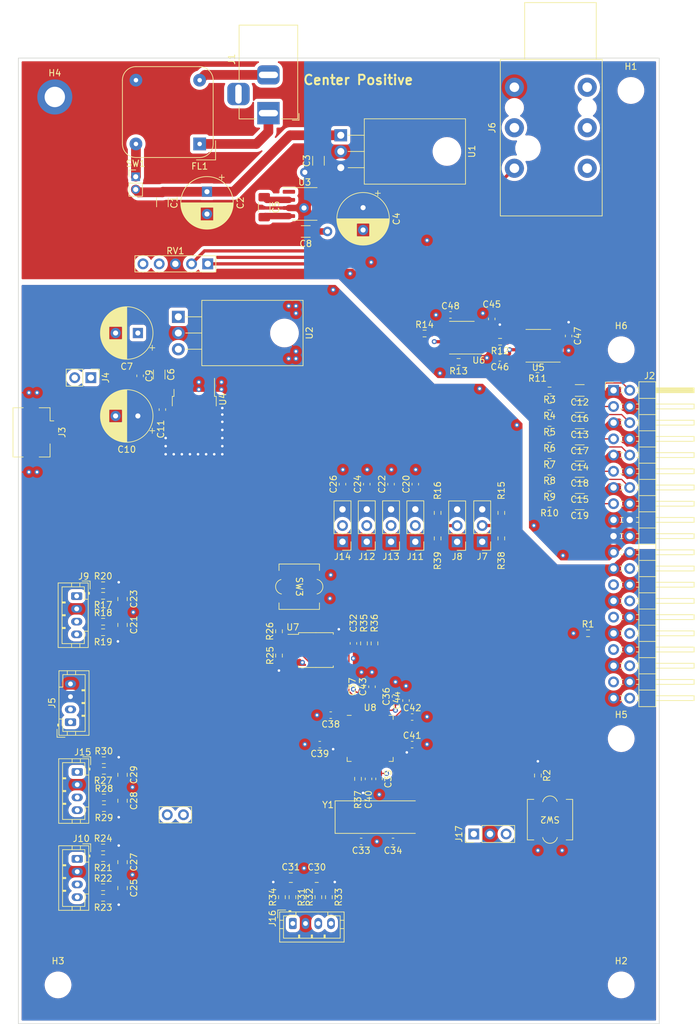
<source format=kicad_pcb>
(kicad_pcb (version 20211014) (generator pcbnew)
  (layers (0 "F.Cu" signal) (1 "In1.Cu" signal) (2 "In2.Cu" signal) (31 "B.Cu" signal) (34 "B.Paste" user) (35 "F.Paste" user) (36 "B.SilkS" user "B.Silkscreen") (37 "F.SilkS" user "F.Silkscreen") (38 "B.Mask" user) (39 "F.Mask" user) (44 "Edge.Cuts" user))
  (net 0 "")
  (net 1 "+5VD")
  (net 2 "GNDA")
  (net 3 "+3V3")
  (net 4 "/A1")
  (net 5 "Net-(C12-Pad2)")
  (net 6 "/A3")
  (net 7 "Net-(C13-Pad2)")
  (net 8 "/A5")
  (net 9 "Net-(C14-Pad2)")
  (net 10 "/A7")
  (net 11 "Net-(C15-Pad2)")
  (net 12 "/A2")
  (net 13 "Net-(C16-Pad2)")
  (net 14 "/A4")
  (net 15 "Net-(C17-Pad2)")
  (net 16 "/A6")
  (net 17 "Net-(C18-Pad2)")
  (net 18 "/A8")
  (net 19 "Net-(C19-Pad2)")
  (net 20 "Net-(C33-Pad2)")
  (net 21 "+1V1")
  (net 22 "+5VA")
  (net 24 "/CBUS_SDRETIN")
  (net 25 "/CBUS_NEXTPRSNT")
  (net 26 "/CBUS_SDOUT")
  (net 27 "/CBUS_SCK")
  (net 28 "/CBUS_DRDY")
  (net 29 "/CBUS_EXTRA")
  (net 30 "Net-(J3-Pad1)")
  (net 31 "/USB_D-")
  (net 32 "/USB_D+")
  (net 34 "/D.R.U.M. Sequencer Digital/GPIO4_BTN0")
  (net 35 "/D.R.U.M. Sequencer Digital/GPIO5_BTN1")
  (net 36 "/D.R.U.M. Sequencer Digital/GPIO26_ADC0")
  (net 37 "/D.R.U.M. Sequencer Digital/GPIO28_ADC2")
  (net 38 "/D.R.U.M. Sequencer Digital/GPIO2_ENC01")
  (net 39 "/D.R.U.M. Sequencer Digital/GPIO1_ENC00")
  (net 40 "/D.R.U.M. Sequencer Digital/GPIO10_ENC21")
  (net 41 "/D.R.U.M. Sequencer Digital/GPIO9_ENC20")
  (net 42 "/D.R.U.M. Sequencer Digital/GPIO27_ADC1")
  (net 43 "/D.R.U.M. Sequencer Digital/GPIO29_ADC3")
  (net 44 "/D.R.U.M. Sequencer Digital/GPIO7_ENC11")
  (net 45 "/D.R.U.M. Sequencer Digital/GPIO6_ENC10")
  (net 46 "/D.R.U.M. Sequencer Digital/GPIO13_ENC31")
  (net 47 "/D.R.U.M. Sequencer Digital/GPIO12_ENC30")
  (net 48 "Net-(J17-Pad1)")
  (net 49 "Net-(J17-Pad3)")
  (net 50 "/RUN")
  (net 51 "/D.R.U.M. Sequencer Digital/FCSB")
  (net 52 "Net-(C34-Pad1)")
  (net 53 "/D.R.U.M. Sequencer Digital/_USB_D+")
  (net 54 "/D.R.U.M. Sequencer Digital/_USB_D-")
  (net 55 "/D.R.U.M. Sequencer Digital/FD1")
  (net 56 "/D.R.U.M. Sequencer Digital/FD2")
  (net 57 "/D.R.U.M. Sequencer Digital/FD0")
  (net 58 "/D.R.U.M. Sequencer Digital/FSCLK")
  (net 59 "/D.R.U.M. Sequencer Digital/FD3")
  (net 60 "/KEY_SDA")
  (net 61 "/KEY_SCL")
  (net 62 "Net-(J15-Pad1)")
  (net 63 "Net-(J15-Pad3)")
  (net 65 "Net-(J16-Pad1)")
  (net 66 "Net-(J16-Pad3)")
  (net 68 "Net-(R10-Pad2)")
  (net 69 "Net-(R11-Pad2)")
  (net 70 "Net-(R12-Pad2)")
  (net 71 "Net-(R13-Pad2)")
  (net 72 "GNDD")
  (net 73 "Net-(J9-Pad1)")
  (net 74 "Net-(J9-Pad3)")
  (net 76 "Net-(J10-Pad1)")
  (net 77 "Net-(J10-Pad3)")
  (net 79 "Net-(R26-Pad2)")
  (net 80 "Net-(R37-Pad2)")
  (net 81 "-5V")
  (net 82 "Net-(R14-Pad1)")
  (net 91 "+9V")
  (net 92 "Net-(C5-Pad1)")
  (net 93 "Net-(C5-Pad2)")
  (net 94 "Net-(FL1-Pad1)")
  (net 95 "Net-(FL1-Pad2)")
  (net 96 "Net-(FL1-Pad3)")
  (net 97 "Net-(J6-PadT)")
  (footprint "Capacitor_SMD:C_1206_3216Metric_Pad1.33x1.80mm_HandSolder" (layer "F.Cu") (at 47.5 75 -90)
    (fp_text reference "C6")
    (fp_text value "10uF")
  )
  (footprint "Resistor_SMD:R_0603_1608Metric_Pad0.98x0.95mm_HandSolder" (layer "F.Cu") (at 78.702 138.392 90)
    (fp_text reference "R37")
    (fp_text value "1k")
  )
  (footprint "Capacitor_SMD:C_0805_2012Metric_Pad1.18x1.45mm_HandSolder" (layer "F.Cu") (at 41.745 110.198 -90)
    (fp_text reference "C23")
    (fp_text value "0.01u")
  )
  (footprint "Capacitor_SMD:C_0805_2012Metric_Pad1.18x1.45mm_HandSolder" (layer "F.Cu") (at 72.225 153.886 180)
    (fp_text reference "C30")
    (fp_text value "0.01u")
  )
  (footprint "Resistor_SMD:R_0603_1608Metric_Pad0.98x0.95mm_HandSolder" (layer "F.Cu") (at 89.154 68.58 180)
    (fp_text reference "R14")
    (fp_text value "200")
  )
  (footprint "Capacitor_SMD:C_1206_3216Metric_Pad1.33x1.80mm_HandSolder" (layer "F.Cu") (at 113.5 85.12 180)
    (fp_text reference "C17")
    (fp_text value "10u")
  )
  (footprint "Resistor_SMD:R_0603_1608Metric_Pad0.98x0.95mm_HandSolder" (layer "F.Cu") (at 79.6395 117.1545 -90)
    (fp_text reference "R35")
    (fp_text value "27")
  )
  (footprint "Resistor_SMD:R_0603_1608Metric_Pad0.98x0.95mm_HandSolder" (layer "F.Cu") (at 108.7625 77.5 180)
    (fp_text reference "R3")
    (fp_text value "10k")
  )
  (footprint "Capacitor_SMD:C_0603_1608Metric_Pad1.08x0.95mm_HandSolder" (layer "F.Cu") (at 80.353 138.392 -90)
    (fp_text reference "C40")
    (fp_text value "0.1u")
  )
  (footprint "Capacitor_SMD:C_0603_1608Metric_Pad1.08x0.95mm_HandSolder" (layer "F.Cu") (at 84.2 148.194 180)
    (fp_text reference "C34")
    (fp_text value "27p")
  )
  (footprint "Capacitor_SMD:C_0805_2012Metric_Pad1.18x1.45mm_HandSolder" (layer "F.Cu") (at 68.161 153.886)
    (fp_text reference "C31")
    (fp_text value "0.01u")
  )
  (footprint "Capacitor_SMD:C_1206_3216Metric_Pad1.33x1.80mm_HandSolder" (layer "F.Cu") (at 113.5 90.2 180)
    (fp_text reference "C18")
    (fp_text value "10u")
  )
  (footprint "Resistor_SMD:R_0603_1608Metric_Pad0.98x0.95mm_HandSolder" (layer "F.Cu") (at 108.7625 92.74 180)
    (fp_text reference "R9")
    (fp_text value "10k")
  )
  (footprint "Resistor_SMD:R_0603_1608Metric_Pad0.98x0.95mm_HandSolder" (layer "F.Cu") (at 106.934 137.866 -90)
    (fp_text reference "R2")
    (fp_text value "10k")
  )
  (footprint "Capacitor_THT:CP_Radial_D8.0mm_P3.50mm" (layer "F.Cu") (at 79.5 48.847349 -90)
    (fp_text reference "C4")
    (fp_text value "100uF")
  )
  (footprint "Capacitor_SMD:C_0603_1608Metric_Pad1.08x0.95mm_HandSolder" (layer "F.Cu") (at 77.9885 117.1545 -90)
    (fp_text reference "C32")
    (fp_text value "0.1u")
  )
  (footprint "Capacitor_SMD:C_0805_2012Metric_Pad1.18x1.45mm_HandSolder" (layer "F.Cu") (at 41.745 141.821 90)
    (fp_text reference "C28")
    (fp_text value "0.01u")
  )
  (footprint "Connector_PinHeader_2.54mm:PinHeader_1x03_P2.54mm_Vertical" (layer "F.Cu") (at 76.27 101.219 180)
    (fp_text reference "J14")
    (fp_text value "Conn_01x03")
  )
  (footprint "Capacitor_SMD:C_0603_1608Metric_Pad1.08x0.95mm_HandSolder" (layer "F.Cu") (at 82.004 138.392 -90)
    (fp_text reference "C35")
    (fp_text value "0.1u")
  )
  (footprint "Capacitor_SMD:C_0603_1608Metric_Pad1.08x0.95mm_HandSolder" (layer "F.Cu") (at 80.08 92.194 90)
    (fp_text reference "C24")
    (fp_text value "1u")
  )
  (footprint "Connector_JST:JST_PH_B4B-PH-K_1x04_P2.00mm_Vertical" (layer "F.Cu") (at 68.463 161.0595)
    (fp_text reference "J16")
    (fp_text value "JST_4-pin_male")
  )
  (footprint "Capacitor_SMD:C_0805_2012Metric_Pad1.18x1.45mm_HandSolder" (layer "F.Cu") (at 41.745 137.757 -90)
    (fp_text reference "C29")
    (fp_text value "0.01u")
  )
  (footprint "Capacitor_SMD:C_0603_1608Metric_Pad1.08x0.95mm_HandSolder" (layer "F.Cu") (at 87.7 92.194 90)
    (fp_text reference "C20")
    (fp_text value "1u")
  )
  (footprint "Crystal:Crystal_SMD_HC49-SD" (layer "F.Cu") (at 81.809 144.384)
    (fp_text reference "Y1")
    (fp_text value "12MHz 18pF")
  )
  (footprint "Inductor_THT:Choke_Schaffner_RN102-04-14.0x14.0mm" (layer "F.Cu") (at 53.848 38.862 180)
    (fp_text reference "FL1")
    (fp_text value "Choke")
  )
  (footprint "Capacitor_THT:CP_Radial_D8.0mm_P3.50mm" (layer "F.Cu") (at 55 46.347349 -90)
    (fp_text reference "C2")
    (fp_text value "100uF")
  )
  (footprint "MountingHole:MountingHole_3.2mm_M3_ISO14580_Pad" (layer "F.Cu") (at 31.1125 31.496)
    (fp_text reference "H4")
    (fp_text value "MountingHole")
  )
  (footprint "Resistor_SMD:R_0603_1608Metric_Pad0.98x0.95mm_HandSolder" (layer "F.Cu") (at 114.808 115.57)
    (fp_text reference "R1")
    (fp_text value "10k")
  )
  (footprint "Resistor_SMD:R_0603_1608Metric_Pad0.98x0.95mm_HandSolder" (layer "F.Cu") (at 38.824 141.313 180)
    (fp_text reference "R28")
    (fp_text value "10k")
  )
  (footprint "Capacitor_SMD:C_1206_3216Metric_Pad1.33x1.80mm_HandSolder" (layer "F.Cu") (at 113.5 92.74 180)
    (fp_text reference "C15")
    (fp_text value "10u")
  )
  (footprint "Resistor_SMD:R_0603_1608Metric_Pad0.98x0.95mm_HandSolder" (layer "F.Cu") (at 108.7625 87.66 180)
    (fp_text reference "R7")
    (fp_text value "10k")
  )
  (footprint "Resistor_SMD:R_0603_1608Metric_Pad0.98x0.95mm_HandSolder" (layer "F.Cu") (at 91.2 96.694 90)
    (fp_text reference "R16")
    (fp_text value "10k")
  )
  (footprint "Capacitor_SMD:C_0603_1608Metric_Pad1.08x0.95mm_HandSolder" (layer "F.Cu") (at 100.965 72.39 180)
    (fp_text reference "C46")
    (fp_text value "1u")
  )
  (footprint "Package_TO_SOT_SMD:TO-252-2" (layer "F.Cu") (at 53 80.9 -90)
    (fp_text reference "U4")
    (fp_text value "NCP1117-3.3_TO252")
  )
  (footprint "Resistor_SMD:R_0603_1608Metric_Pad0.98x0.95mm_HandSolder" (layer "F.Cu") (at 66.3045 119.0595 90)
    (fp_text reference "R25")
    (fp_text value "10k")
  )
  (footprint "Capacitor_SMD:C_0603_1608Metric_Pad1.08x0.95mm_HandSolder" (layer "F.Cu") (at 79.248 123.952 90)
    (fp_text reference "C37")
    (fp_text value "1u")
  )
  (footprint "Capacitor_SMD:C_0603_1608Metric_Pad1.08x0.95mm_HandSolder" (layer "F.Cu") (at 74.422 128.397 180)
    (fp_text reference "C38")
    (fp_text value "0.1u")
  )
  (footprint "Connector_PinHeader_2.54mm:PinHeader_1x03_P2.54mm_Vertical" (layer "F.Cu") (at 94.264 101.234 180)
    (fp_text reference "J8")
    (fp_text value "Conn_01x03_Male")
  )
  (footprint "Capacitor_SMD:C_0603_1608Metric_Pad1.08x0.95mm_HandSolder" (layer "F.Cu") (at 84.582 125.476 90)
    (fp_text reference "C36")
    (fp_text value "0.1u")
  )
  (footprint "Resistor_SMD:R_0603_1608Metric_Pad0.98x0.95mm_HandSolder" (layer "F.Cu") (at 38.697 157.03)
    (fp_text reference "R23")
    (fp_text value "10k")
  )
  (footprint "Capacitor_SMD:C_1206_3216Metric_Pad1.33x1.80mm_HandSolder" (layer "F.Cu") (at 63.9825 48.772 -90)
    (fp_text reference "C5")
    (fp_text value "10uF")
  )
  (footprint "Capacitor_SMD:C_0805_2012Metric_Pad1.18x1.45mm_HandSolder" (layer "F.Cu") (at 41.745 114.262 90)
    (fp_text reference "C21")
    (fp_text value "0.01u")
  )
  (footprint "Capacitor_SMD:C_1206_3216Metric_Pad1.33x1.80mm_HandSolder" (layer "F.Cu") (at 113.5 82.58 180)
    (fp_text reference "C13")
    (fp_text value "10u")
  )
  (footprint "Capacitor_SMD:C_0603_1608Metric_Pad1.08x0.95mm_HandSolder" (layer "F.Cu") (at 87.2 128.694)
    (fp_text reference "C42")
    (fp_text value "0.1u")
  )
  (footprint "Package_TO_SOT_THT:TO-220-3_Horizontal_TabDown" (layer "F.Cu") (at 76 37.5 -90)
    (fp_text reference "U1")
    (fp_text value "L7805_A")
  )
  (footprint "Capacitor_SMD:C_0603_1608Metric_Pad1.08x0.95mm_HandSolder" (layer "F.Cu") (at 72.7 133.02 180)
    (fp_text reference "C39")
    (fp_text value "0.1u")
  )
  (footprint "Package_SO:SOIC-8_5.23x5.23mm_P1.27mm" (layer "F.Cu") (at 72.098 118.199)
    (fp_text reference "U7")
    (fp_text value "W25Q128JVS")
  )
  (footprint "Resistor_SMD:R_0603_1608Metric_Pad0.98x0.95mm_HandSolder" (layer "F.Cu") (at 38.8005 135.471)
    (fp_text reference "R30")
    (fp_text value "10k")
  )
  (footprint "Package_SO:SOIC-8_3.9x4.9mm_P1.27mm" (layer "F.Cu") (at 107 70.5 180)
    (fp_text reference "U5")
    (fp_text value "OPA703UA")
  )
  (footprint "Capacitor_SMD:C_1206_3216Metric_Pad1.33x1.80mm_HandSolder" (layer "F.Cu") (at 113.5 87.66 180)
    (fp_text reference "C14")
    (fp_text value "10u")
  )
  (footprint "Resistor_SMD:R_0603_1608Metric_Pad0.98x0.95mm_HandSolder" (layer "F.Cu") (at 38.697 155.379 180)
    (fp_text reference "R22")
    (fp_text value "10k")
  )
  (footprint "MountingHole:MountingHole_3.2mm_M3_ISO14580" (layer "F.Cu") (at 120.015 71.12)
    (fp_text reference "H6")
    (fp_text value "MountingHole")
  )
  (footprint "Capacitor_SMD:C_0805_2012Metric_Pad1.18x1.45mm_HandSolder" (layer "F.Cu") (at 41.745 151.442 -90)
    (fp_text reference "C27")
    (fp_text value "0.01u")
  )
  (footprint "Capacitor_SMD:C_0603_1608Metric_Pad1.08x0.95mm_HandSolder" (layer "F.Cu") (at 86.233 126.111 90)
    (fp_text reference "C44")
    (fp_text value "1u")
  )
  (footprint "Resistor_SMD:R_0603_1608Metric_Pad0.98x0.95mm_HandSolder" (layer "F.Cu") (at 38.697 108.039)
    (fp_text reference "R20")
    (fp_text value "10k")
  )
  (footprint "Resistor_SMD:R_0603_1608Metric_Pad0.98x0.95mm_HandSolder" (layer "F.Cu") (at 38.824 142.964)
    (fp_text reference "R29")
    (fp_text value "10k")
  )
  (footprint "Resistor_SMD:R_0603_1608Metric_Pad0.98x0.95mm_HandSolder" (layer "F.Cu") (at 101.2 96.694 90)
    (fp_text reference "R15")
    (fp_text value "10k")
  )
  (footprint "Capacitor_THT:CP_Radial_D8.0mm_P3.50mm" (layer "F.Cu") (at 44.152651 68.5 180)
    (fp_text reference "C7")
    (fp_text value "100uF")
  )
  (footprint "Resistor_SMD:R_0603_1608Metric_Pad0.98x0.95mm_HandSolder" (layer "F.Cu") (at 101.2 100.694 -90)
    (fp_text reference "R38")
    (fp_text value "10k")
  )
  (footprint "Connector_PinHeader_2.54mm:PinHeader_1x02_P2.54mm_Vertical" (layer "F.Cu") (at 36.775 75.5 -90)
    (fp_text reference "J4")
    (fp_text value "Conn_01x02_Male")
  )
  (footprint "Capacitor_SMD:C_0805_2012Metric_Pad1.18x1.45mm_HandSolder" (layer "F.Cu") (at 41.745 155.506 90)
    (fp_text reference "C25")
    (fp_text value "0.01u")
  )
  (footprint "Resistor_SMD:R_0603_1608Metric_Pad0.98x0.95mm_HandSolder" (layer "F.Cu") (at 94.488 73.025 180)
    (fp_text reference "R13")
    (fp_text value "10k")
  )
  (footprint "Connector_JST:JST_PH_B4B-PH-K_1x04_P2.00mm_Vertical" (layer "F.Cu") (at 34.633 137.297 -90)
    (fp_text reference "J15")
    (fp_text value "JST_4-pin_male")
  )
  (footprint "Connector_BarrelJack:BarrelJack_Horizontal" (layer "F.Cu") (at 64.6405 34.036 -90)
    (fp_text reference "J1")
    (fp_text value "Barrel Jack")
  )
  (footprint "Capacitor_SMD:C_0603_1608Metric_Pad1.08x0.95mm_HandSolder" (layer "F.Cu") (at 76.27 92.194 90)
    (fp_text reference "C26")
    (fp_text value "1u")
  )
  (footprint "Capacitor_SMD:C_0603_1608Metric_Pad1.08x0.95mm_HandSolder" (layer "F.Cu") (at 99.695 66.294 90)
    (fp_text reference "C45")
    (fp_text value "1u")
  )
  (footprint "custom:QFN-56-1EP_7x7mm_P0.4mm_EP3.2x3.2mm" (layer "F.Cu") (at 80.607 132.042)
    (fp_text reference "U8")
    (fp_text value "RP2040")
  )
  (footprint "Resistor_SMD:R_0603_1608Metric_Pad0.98x0.95mm_HandSolder" (layer "F.Cu") (at 38.697 115.405)
    (fp_text reference "R19")
    (fp_text value "10k")
  )
  (footprint "Resistor_SMD:R_0603_1608Metric_Pad0.98x0.95mm_HandSolder" (layer "F.Cu") (at 91.2 100.694 -90)
    (fp_text reference "R39")
    (fp_text value "10k")
  )
  (footprint "Connector_JST:JST_PH_B4B-PH-K_1x04_P2.00mm_Vertical" (layer "F.Cu") (at 34.633 150.934 -90)
    (fp_text reference "J10")
    (fp_text value "JST_4-pin_male")
  )
  (footprint "Resistor_SMD:R_0603_1608Metric_Pad0.98x0.95mm_HandSolder" (layer "F.Cu") (at 38.824 137.122 180)
    (fp_text reference "R27")
    (fp_text value "10k")
  )
  (footprint "Capacitor_SMD:C_0603_1608Metric_Pad1.08x0.95mm_HandSolder" (layer "F.Cu") (at 83.89 92.194 90)
    (fp_text reference "C22")
    (fp_text value "1u")
  )
  (footprint "Package_SO:SOIC-8_3.9x4.9mm_P1.27mm" (layer "F.Cu") (at 70.3325 48.264)
    (fp_text reference "U3")
    (fp_text value "ICL7660")
  )
  (footprint "Capacitor_SMD:C_1206_3216Metric_Pad1.33x1.80mm_HandSolder" (layer "F.Cu") (at 72.5 41.5 90)
    (fp_text reference "C3")
    (fp_text value "10uF")
  )
  (footprint "Resistor_SMD:R_0603_1608Metric_Pad0.98x0.95mm_HandSolder" (layer "F.Cu") (at 108.7625 90.2 180)
    (fp_text reference "R8")
    (fp_text value "10k")
  )
  (footprint "Package_TO_SOT_THT:TO-220-3_Horizontal_TabDown" (layer "F.Cu") (at 50.5 65.96 -90)
    (fp_text reference "U2")
    (fp_text value "L7805_D")
  )
  (footprint "Capacitor_SMD:C_1206_3216Metric_Pad1.33x1.80mm_HandSolder" (layer "F.Cu") (at 113.5 80.04 180)
    (fp_text reference "C16")
    (fp_text value "10u")
  )
  (footprint "Resistor_SMD:R_0603_1608Metric_Pad0.98x0.95mm_HandSolder" (layer "F.Cu") (at 68.415 156.934 -90)
    (fp_text reference "R31")
    (fp_text value "10k")
  )
  (footprint "Capacitor_SMD:C_1206_3216Metric_Pad1.33x1.80mm_HandSolder" (layer "F.Cu") (at 113.5 95.28 180)
    (fp_text reference "C19")
    (fp_text value "10u")
  )
  (footprint "Resistor_SMD:R_0603_1608Metric_Pad0.98x0.95mm_HandSolder" (layer "F.Cu") (at 38.697 149.156)
    (fp_text reference "R24")
    (fp_text value "10k")
  )
  (footprint "Capacitor_SMD:C_0603_1608Metric_Pad1.08x0.95mm_HandSolder" (layer "F.Cu") (at 79.2 148.194 180)
    (fp_text reference "C33")
    (fp_text value "27p")
  )
  (footprint "Connector_PinHeader_2.54mm:PinHeader_1x03_P2.54mm_Vertical" (layer "F.Cu") (at 83.89 101.219 180)
    (fp_text reference "J13")
    (fp_text value "Conn_01x03")
  )
  (footprint "Connector_JST:JST_PH_B4B-PH-K_1x04_P2.00mm_Vertical" (layer "F.Cu") (at 33.575 129.502 90)
    (fp_text reference "J5")
    (fp_text value "JST 4-Pin male")
  )
  (footprint "Resistor_SMD:R_0603_1608Metric_Pad0.98x0.95mm_HandSolder" (layer "F.Cu") (at 38.697 109.69 180)
    (fp_text reference "R17")
    (fp_text value "10k")
  )
  (footprint "Capacitor_SMD:C_0603_1608Metric_Pad1.08x0.95mm_HandSolder" (layer "F.Cu") (at 48 80.5 90)
    (fp_text reference "C11")
    (fp_text value "1uF")
  )
  (footprint "Connector_PinHeader_2.54mm:PinHeader_2x20_P2.54mm_Horizontal" (layer "F.Cu") (at 118.81 77.475)
    (fp_text reference "J2")
    (fp_text value "40Pin 0.1\"")
  )
  (footprint "Connector_JST:JST_PH_B4B-PH-K_1x04_P2.00mm_Vertical" (layer "F.Cu") (at 34.548 109.738 -90)
    (fp_text reference "J9")
    (fp_text value "JST_4-pin_male")
  )
  (footprint "MountingHole:MountingHole_3.2mm_M3_ISO14580" (layer "F.Cu") (at 120.015 132.08)
    (fp_text reference "H5")
    (fp_text value "MountingHole")
  )
  (footprint "Capacitor_SMD:C_1206_3216Metric_Pad1.33x1.80mm_HandSolder" (layer "F.Cu") (at 113.5 77.5 180)
    (fp_text reference "C12")
    (fp_text value "10u")
  )
  (footprint "custom:TE_ConnMSLPT5252CG1" (layer "F.Cu") (at 69.4795 108.2645 -90)
    (fp_text reference "SW3")
    (fp_text value "SW_Push")
  )
  (footprint "Connector_PinHeader_2.54mm:PinHeader_1x03_P2.54mm_Vertical" (layer "F.Cu") (at 80.08 101.219 180)
    (fp_text reference "J12")
    (fp_text value "Conn_01x03")
  )
  (footprint "Resistor_SMD:R_0603_1608Metric_Pad0.98x0.95mm_HandSolder" (layer "F.Cu") (at 74.13 156.934 90)
    (fp_text reference "R33")
    (fp_text value "10k")
  )
  (footprint "Resistor_SMD:R_0603_1608Metric_Pad0.98x0.95mm_HandSolder" (layer "F.Cu") (at 101 69.865 180)
    (fp_text reference "R12")
    (fp_text value "10k")
  )
  (footprint "Resistor_SMD:R_0603_1608Metric_Pad0.98x0.95mm_HandSolder" (layer "F.Cu") (at 81.2905 117.1545 -90)
    (fp_text reference "R36")
    (fp_text value "27")
  )
  (footprint "custom:TE_ConnMSLPT5252CG1" (layer "F.Cu") (at 108.839 144.78 180)
    (fp_text reference "SW2")
    (fp_text value "SW_Push")
  )
  (footprint "Resistor_SMD:R_0603_1608Metric_Pad0.98x0.95mm_HandSolder" (layer "F.Cu") (at 38.697 150.807 180)
    (fp_text reference "R21")
    (fp_text value "10k")
  )
  (footprint "Capacitor_SMD:C_1206_3216Metric_Pad1.33x1.80mm_HandSolder" (layer "F.Cu") (at 70.5 52.582)
    (fp_text reference "C8")
    (fp_text value "10uF")
  )
  (footprint "Resistor_SMD:R_0603_1608Metric_Pad0.98x0.95mm_HandSolder" (layer "F.Cu") (at 38.697 113.754 180)
    (fp_text reference "R18")
    (fp_text value "10k")
  )
  (footprint "Capacitor_SMD:C_0603_1608Metric_Pad1.08x0.95mm_HandSolder" (layer "F.Cu") (at 44.5 75.2125 -90)
    (fp_text reference "C9")
    (fp_text value "1uF")
  )
  (footprint "Resistor_SMD:R_0603_1608Metric_Pad0.98x0.95mm_HandSolder" (layer "F.Cu") (at 106.873 74.183 180)
    (fp_text reference "R11")
    (fp_text value "10k")
  )
  (footprint "Resistor_SMD:R_0603_1608Metric_Pad0.98x0.95mm_HandSolder" (layer "F.Cu") (at 72.479 156.934 -90)
    (fp_text reference "R32")
    (fp_text value "10k")
  )
  (footprint "MountingHole:MountingHole_3.2mm_M3_ISO14580" (layer "F.Cu") (at 121.5365 30.48)
    (fp_text reference "H1")
    (fp_text value "MountingHole")
  )
  (footprint "Resistor_SMD:R_0603_1608Metric_Pad0.98x0.95mm_HandSolder" (layer "F.Cu") (at 66.764 156.934 90)
    (fp_text reference "R34")
    (fp_text value "10k")
  )
  (footprint "Connector_USB:USB_Micro-B_Amphenol_10104110_Horizontal" (layer "F.Cu") (at 28.7105 84.074 -90)
    (fp_text reference "J3")
    (fp_text value "USB_B_Micro")
  )
  (footprint "Connector_PinHeader_2.00mm:PinHeader_1x02_P2.00mm_Vertical" (layer "F.Cu") (at 43.8125 44)
    (fp_text reference "SW1")
    (fp_text value "PWR")
  )
  (footprint "Capacitor_SMD:C_1206_3216Metric_Pad1.33x1.80mm_HandSolder" (layer "F.Cu") (at 48 48.006 -90)
    (fp_text reference "C1")
    (fp_text value "10uF")
  )
  (footprint "Resistor_SMD:R_0603_1608Metric_Pad0.98x0.95mm_HandSolder" (layer "F.Cu") (at 108.7625 95.28 180)
    (fp_text reference "R10")
    (fp_text value "10k")
  )
  (footprint "Connector_PinHeader_2.54mm:PinHeader_1x03_P2.54mm_Vertical" (layer "F.Cu") (at 98.201 101.219 180)
    (fp_text reference "J7")
    (fp_text value "Conn_01x03_Male")
  )
  (footprint "Connector_Audio:Jack_6.35mm_Neutrik_NRJ6HF-AU_Horizontal" (layer "F.Cu") (at 103.2485 42.672 90)
    (fp_text reference "J6")
    (fp_text value "TS Out")
  )
  (footprint "Capacitor_SMD:C_0603_1608Metric_Pad1.08x0.95mm_HandSolder" (layer "F.Cu") (at 80.899 123.952 90)
    (fp_text reference "C43")
    (fp_text value "0.1u")
  )
  (footprint "Capacitor_THT:CP_Radial_D8.0mm_P3.50mm" (layer "F.Cu") (at 44.152651 81.5 180)
    (fp_text reference "C10")
    (fp_text value "100uF")
  )
  (footprint "Resistor_SMD:R_0603_1608Metric_Pad0.98x0.95mm_HandSolder" (layer "F.Cu") (at 108.7625 82.58 180)
    (fp_text reference "R5")
    (fp_text value "10k")
  )
  (footprint "MountingHole:MountingHole_3.2mm_M3_ISO14580" (layer "F.Cu") (at 31.6205 170.688)
    (fp_text reference "H3")
    (fp_text value "MountingHole")
  )
  (footprint "Connector_PinHeader_2.54mm:PinHeader_1x03_P2.54mm_Vertical" (layer "F.Cu") (at 87.7 101.219 180)
    (fp_text reference "J11")
    (fp_text value "Conn_01x03")
  )
  (footprint "Capacitor_SMD:C_0603_1608Metric_Pad1.08x0.95mm_HandSolder" (layer "F.Cu") (at 87.2 133.02)
    (fp_text reference "C41")
    (fp_text value "0.1u")
  )
  (footprint "Resistor_SMD:R_0603_1608Metric_Pad0.98x0.95mm_HandSolder" (layer "F.Cu") (at 66.3045 115.2495 90)
    (fp_text reference "R26")
    (fp_text value "1k")
  )
  (footprint "Resistor_SMD:R_0603_1608Metric_Pad0.98x0.95mm_HandSolder" (layer "F.Cu") (at 108.7625 80.04 180)
    (fp_text reference "R4")
    (fp_text value "10k")
  )
  (footprint "Resistor_SMD:R_0603_1608Metric_Pad0.98x0.95mm_HandSolder" (layer "F.Cu") (at 108.7625 85.12 180)
    (fp_text reference "R6")
    (fp_text value "10k")
  )
  (footprint "Package_SO:SOIC-8_3.9x4.9mm_P1.27mm" (layer "F.Cu") (at 95 69.23 180)
    (fp_text reference "U6")
    (fp_text value "OPA703UA")
  )
  (footprint "Connector_PinHeader_2.54mm:PinHeader_1x03_P2.54mm_Vertical" (layer "F.Cu") (at 96.878 147.028 90)
    (fp_text reference "J17")
    (fp_text value "Conn_01x03")
  )
  (footprint "MountingHole:MountingHole_3.2mm_M3_ISO14580" (layer "F.Cu") (at 120.0125 170.688)
    (fp_text reference "H2")
    (fp_text value "MountingHole")
  )
  (footprint "Capacitor_SMD:C_0603_1608Metric_Pad1.08x0.95mm_HandSolder" (layer "F.Cu") (at 93.218 65.659 180)
    (fp_text reference "C48")
    (fp_text value "1u")
  )
  (footprint "Capacitor_SMD:C_0603_1608Metric_Pad1.08x0.95mm_HandSolder" (layer "F.Cu") (at 111.76 68.961 -90)
    (fp_text reference "C47")
    (fp_text value "1u")
  )
  (footprint "custom:LINPOT-10KDB" (layer "F.Cu") (at 50.038 100.838)
    (fp_text reference "RV1")
    (fp_text value "1k Audio Taper Pot")
  )
  (gr_poly (pts (xy 25.4 25.4) (xy 125.984 25.4) (xy 125.984 176.784) (xy 25.4 176.784)) (layer "Edge.Cuts") (width 0.1) (fill none))
  (gr_text "Center Positive" (at 78.74 28.829) (layer "F.SilkS") (effects (font (size 1.5 1.5) (thickness 0.3))))
  (segment (start 67.8575 48.899) (end 70.227 48.899) (width 1.016) (layer "F.Cu") (net 2))
  (segment (start 70.231 51.181) (end 70.231 48.895) (width 1.016) (layer "F.Cu") (net 2))
  (segment (start 70.227 48.899) (end 70.231 48.895) (width 1.016) (layer "F.Cu") (net 2))
  (segment (start 68.9375 52.582) (end 68.9375 52.4745) (width 1.016) (layer "F.Cu") (net 2))
  (segment (start 68.9375 52.4745) (end 70.231 51.181) (width 1.016) (layer "F.Cu") (net 2))
  (via (at 98.298 65.405) (size 0.8) (drill 0.4) (layers "F.Cu" "B.Cu") (net 2))
  (via (at 80.772 57.404) (size 0.8) (drill 0.4) (layers "F.Cu" "B.Cu") (net 2))
  (via (at 110.871 103.378) (size 0.8) (drill 0.4) (layers "F.Cu" "B.Cu") (net 2))
  (via (at 77.47 59.182) (size 0.8) (drill 0.4) (layers "F.Cu" "B.Cu") (net 2))
  (via (at 98.933 72.39) (size 0.8) (drill 0.4) (layers "F.Cu" "B.Cu") (net 2))
  (via (at 106.299 98.679) (size 0.8) (drill 0.4) (layers "F.Cu" "B.Cu") (net 2))
  (via (at 90.932 65.659) (size 0.8) (drill 0.4) (layers "F.Cu" "B.Cu") (net 2))
  (via (at 70.231 48.895) (size 1.5) (drill 0.8) (layers "F.Cu" "B.Cu") (net 2))
  (via (at 89.535 53.975) (size 0.8) (drill 0.4) (layers "F.Cu" "B.Cu") (net 2))
  (via (at 91.567 74.803) (size 0.8) (drill 0.4) (layers "F.Cu" "B.Cu") (net 2))
  (via (at 111.76 71.247) (size 0.8) (drill 0.4) (layers "F.Cu" "B.Cu") (net 2))
  (segment (start 76.356 129.442) (end 77.1695 129.442) (width 0.2) (layer "F.Cu") (net 3))
  (segment (start 98.201 96.139) (end 100.8425 96.139) (width 0.508) (layer "F.Cu") (net 3))
  (segment (start 87.7 96.139) (end 87.7 93.0565) (width 0.508) (layer "F.Cu") (net 3))
  (segment (start 77.9865 116.294) (end 77.9885 116.292) (width 0.508) (layer "F.Cu") (net 3))
  (segment (start 85.5895 129.442) (end 86.3375 128.694) (width 0.2) (layer "F.Cu") (net 3))
  (segment (start 86.3155 133.042) (end 86.3375 133.02) (width 0.2) (layer "F.Cu") (net 3))
  (segment (start 84.0445 129.442) (end 85.5895 129.442) (width 0.2) (layer "F.Cu") (net 3))
  (segment (start 75.698 114.941) (end 75.692 114.935) (width 0.508) (layer "F.Cu") (net 3))
  (segment (start 73.5625 133.02) (end 73.5845 133.042) (width 0.2) (layer "F.Cu") (net 3))
  (segment (start 73.5845 133.042) (end 77.1695 133.042) (width 0.2) (layer "F.Cu") (net 3))
  (segment (start 81.026 124.9415) (end 81.026 128.651) (width 0.508) (layer "F.Cu") (net 3))
  (segment (start 75.5385 128.651) (end 75.565 128.651) (width 0.2) (layer "F.Cu") (net 3))
  (segment (start 100.8425 96.139) (end 101.2 95.7815) (width 0.508) (layer "F.Cu") (net 3))
  (segment (start 84.0445 133.042) (end 86.3155 133.042) (width 0.2) (layer "F.Cu") (net 3))
  (segment (start 82.807 128.6045) (end 83.207 128.6045) (width 0.2) (layer "F.Cu") (net 3))
  (segment (start 83.89 93.0565) (end 83.89 96.139) (width 0.508) (layer "F.Cu") (net 3))
  (segment (start 66.3045 121.4015) (end 66.294 121.412) (width 0.2) (layer "F.Cu") (net 3))
  (segment (start 83.207 128.6045) (end 83.207 128.3125) (width 0.2) (layer "F.Cu") (net 3))
  (segment (start 80.353 137.5295) (end 80.807 137.0755) (width 0.2) (layer "F.Cu") (net 3))
  (segment (start 76.27 93.0565) (end 76.27 96.139) (width 0.508) (layer "F.Cu") (net 3))
  (segment (start 80.899 124.8145) (end 81.026 124.9415) (width 0.508) (layer "F.Cu") (net 3))
  (segment (start 83.207 128.6045) (end 84.602 128.6045) (width 0.2) (layer "F.Cu") (net 3))
  (segment (start 75.698 116.294) (end 77.9865 116.294) (width 0.508) (layer "F.Cu") (net 3))
  (segment (start 75.698 116.294) (end 75.698 114.941) (width 0.508) (layer "F.Cu") (net 3))
  (segment (start 91.5725 96.154) (end 91.2 95.7815) (width 0.508) (layer "F.Cu") (net 3))
  (segment (start 66.3045 119.972) (end 66.3045 121.4015) (width 0.2) (layer "F.Cu") (net 3))
  (segment (start 75.565 128.651) (end 76.356 129.442) (width 0.2) (layer "F.Cu") (net 3))
  (segment (start 94.264 96.154) (end 91.5725 96.154) (width 0.508) (layer "F.Cu") (net 3))
  (segment (start 84.602 128.6045) (end 86.233 126.9735) (width 0.2) (layer "F.Cu") (net 3))
  (segment (start 80.08 96.139) (end 80.08 93.0565) (width 0.508) (layer "F.Cu") (net 3))
  (segment (start 75.2845 128.397) (end 75.5385 128.651) (width 0.2) (layer "F.Cu") (net 3))
  (segment (start 80.807 137.0755) (end 80.807 135.4795) (width 0.2) (layer "F.Cu") (net 3))
  (via (at 56.134 87.503) (size 0.8) (drill 0.4) (layers "F.Cu" "B.Cu") (net 3))
  (via (at 48.514 84.963) (size 0.8) (drill 0.4) (layers "F.Cu" "B.Cu") (net 3))
  (via (at 53.594 87.503) (size 0.8) (drill 0.4) (layers "F.Cu" "B.Cu") (net 3))
  (via (at 41.021 116.84) (size 0.8) (drill 0.4) (layers "F.Cu" "B.Cu") (net 3))
  (via (at 66.294 121.412) (size 0.8) (drill 0.4) (layers "F.Cu" "B.Cu") (net 3))
  (via (at 49.784 87.503) (size 0.8) (drill 0.4) (layers "F.Cu" "B.Cu") (net 3))
  (via (at 41.148 144.399) (size 0.8) (drill 0.4) (layers "F.Cu" "B.Cu") (net 3))
  (via (at 57.404 82.423) (size 0.8) (drill 0.4) (layers "F.Cu" "B.Cu") (net 3))
  (via (at 86.36 134.239) (size 0.8) (drill 0.4) (layers "F.Cu" "B.Cu") (net 3))
  (via (at 79.502 140.589) (size 0.8) (drill 0.4) (layers "F.Cu" "B.Cu") (net 3))
  (via (at 57.404 86.233) (size 0.8) (drill 0.4) (layers "F.Cu" "B.Cu") (net 3))
  (via (at 74.803 133.731) (size 0.8) (drill 0.4) (layers "F.Cu" "B.Cu") (net 3))
  (via (at 41.148 148.844) (size 0.8) (drill 0.4) (layers "F.Cu" "B.Cu") (net 3))
  (via (at 57.404 84.963) (size 0.8) (drill 0.4) (layers "F.Cu" "B.Cu") (net 3))
  (via (at 52.324 87.503) (size 0.8) (drill 0.4) (layers "F.Cu" "B.Cu") (net 3))
  (via (at 48.514 86.233) (size 0.8) (drill 0.4) (layers "F.Cu" "B.Cu") (net 3))
  (via (at 41.148 135.001) (size 0.8) (drill 0.4) (layers "F.Cu" "B.Cu") (net 3))
  (via (at 54.864 87.503) (size 0.8) (drill 0.4) (layers "F.Cu" "B.Cu") (net 3))
  (via (at 57.404 87.503) (size 0.8) (drill 0.4) (layers "F.Cu" "B.Cu") (net 3))
  (via (at 75.057 154.559) (size 0.8) (drill 0.4) (layers "F.Cu" "B.Cu") (net 3))
  (via (at 41.148 158.115) (size 0.8) (drill 0.4) (layers "F.Cu" "B.Cu") (net 3))
  (via (at 48.514 87.503) (size 0.8) (drill 0.4) (layers "F.Cu" "B.Cu") (net 3))
  (via (at 65.405 154.559) (size 0.8) (drill 0.4) (layers "F.Cu" "B.Cu") (net 3))
  (via (at 57.404 80.264) (size 0.8) (drill 0.4) (layers "F.Cu" "B.Cu") (net 3))
  (via (at 57.404 81.28) (size 0.8) (drill 0.4) (layers "F.Cu" "B.Cu") (net 3))
  (via (at 57.404 83.693) (size 0.8) (drill 0.4) (layers "F.Cu" "B.Cu") (net 3))
  (via (at 75.692 114.935) (size 0.8) (drill 0.4) (layers "F.Cu" "B.Cu") (net 3))
  (via (at 41.148 107.569) (size 0.8) (drill 0.4) (layers "F.Cu" "B.Cu") (net 3))
  (via (at 51.054 87.503) (size 0.8) (drill 0.4) (layers "F.Cu" "B.Cu") (net 3))
  (via (at 106.934 135.636) (size 0.8) (drill 0.4) (layers "F.Cu" "B.Cu") (net 3))
  (segment (start 116.485 77.5) (end 117.66 76.325) (width 0.2) (layer "F.Cu") (net 4))
  (segment (start 117.66 76.325) (end 120.2 76.325) (width 0.2) (layer "F.Cu") (net 4))
  (segment (start 120.2 76.325) (end 121.35 77.475) (width 0.2) (layer "F.Cu") (net 4))
  (segment (start 115.0625 77.5) (end 116.485 77.5) (width 0.2) (layer "F.Cu") (net 4))
  (segment (start 111.9375 77.5) (end 109.675 77.5) (width 0.2) (layer "F.Cu") (net 5))
  (segment (start 116.81 82.58) (end 118.11 81.28) (width 0.2) (layer "F.Cu") (net 6))
  (segment (start 118.11 81.28) (end 120.075 81.28) (width 0.2) (layer "F.Cu") (net 6))
  (segment (start 120.075 81.28) (end 121.35 82.555) (width 0.2) (layer "F.Cu") (net 6))
  (segment (start 115.0625 82.58) (end 116.81 82.58) (width 0.2) (layer "F.Cu") (net 6))
  (segment (start 111.9375 82.58) (end 109.675 82.58) (width 0.2) (layer "F.Cu") (net 7))
  (segment (start 116.683 87.66) (end 117.983 86.36) (width 0.2) (layer "F.Cu") (net 8))
  (segment (start 117.983 86.36) (end 120.075 86.36) (width 0.2) (layer "F.Cu") (net 8))
  (segment (start 120.075 86.36) (end 121.35 87.635) (width 0.2) (layer "F.Cu") (net 8))
  (segment (start 115.0625 87.66) (end 116.683 87.66) (width 0.2) (layer "F.Cu") (net 8))
  (segment (start 111.9375 87.66) (end 109.675 87.66) (width 0.2) (layer "F.Cu") (net 9))
  (segment (start 117.856 91.44) (end 120.075 91.44) (width 0.2) (layer "F.Cu") (net 10))
  (segment (start 120.075 91.44) (end 121.35 92.715) (width 0.2) (layer "F.Cu") (net 10))
  (segment (start 116.556 92.74) (end 117.856 91.44) (width 0.2) (layer "F.Cu") (net 10))
  (segment (start 115.0625 92.74) (end 116.556 92.74) (width 0.2) (layer "F.Cu") (net 10))
  (segment (start 111.9375 92.74) (end 109.675 92.74) (width 0.2) (layer "F.Cu") (net 11))
  (segment (start 115.0625 80.04) (end 115.0875 80.015) (width 0.2) (layer "F.Cu") (net 12))
  (segment (start 115.0875 80.015) (end 118.81 80.015) (width 0.2) (layer "F.Cu") (net 12))
  (segment (start 109.675 80.04) (end 111.9375 80.04) (width 0.2) (layer "F.Cu") (net 13))
  (segment (start 115.0625 85.12) (end 115.0875 85.095) (width 0.2) (layer "F.Cu") (net 14))
  (segment (start 115.0875 85.095) (end 118.81 85.095) (width 0.2) (layer "F.Cu") (net 14))
  (segment (start 109.675 85.12) (end 111.9375 85.12) (width 0.2) (layer "F.Cu") (net 15))
  (segment (start 115.0625 90.2) (end 115.0875 90.175) (width 0.2) (layer "F.Cu") (net 16))
  (segment (start 115.0875 90.175) (end 118.81 90.175) (width 0.2) (layer "F.Cu") (net 16))
  (segment (start 109.675 90.2) (end 111.9375 90.2) (width 0.2) (layer "F.Cu") (net 17))
  (segment (start 115.0875 95.255) (end 118.81 95.255) (width 0.2) (layer "F.Cu") (net 18))
  (segment (start 115.0625 95.28) (end 115.0875 95.255) (width 0.2) (layer "F.Cu") (net 18))
  (segment (start 109.675 95.28) (end 111.9375 95.28) (width 0.2) (layer "F.Cu") (net 19))
  (segment (start 81.207 136.7325) (end 81.207 135.4795) (width 0.2) (layer "F.Cu") (net 21))
  (segment (start 82.407 128.6045) (end 82.407 128.072025) (width 0.2) (layer "F.Cu") (net 21))
  (segment (start 80.407 128.6045) (end 80.407 125.9735) (width 0.2) (layer "F.Cu") (net 21))
  (segment (start 83.1735 137.5295) (end 83.185 137.541) (width 0.2) (layer "F.Cu") (net 21))
  (segment (start 80.407 125.9735) (end 79.248 124.8145) (width 0.2) (layer "F.Cu") (net 21))
  (segment (start 84.074 127.635) (end 84.582 127.635) (width 0.2) (layer "F.Cu") (net 21))
  (segment (start 82.844025 127.635) (end 84.074 127.635) (width 0.2) (layer "F.Cu") (net 21))
  (segment (start 82.407 128.072025) (end 82.844025 127.635) (width 0.2) (layer "F.Cu") (net 21))
  (segment (start 82.004 137.5295) (end 81.207 136.7325) (width 0.2) (layer "F.Cu") (net 21))
  (segment (start 82.004 137.5295) (end 83.1735 137.5295) (width 0.2) (layer "F.Cu") (net 21))
  (segment (start 78.4595 124.8145) (end 77.978 124.333) (width 0.2) (layer "F.Cu") (net 21))
  (segment (start 79.248 124.8145) (end 78.4595 124.8145) (width 0.2) (layer "F.Cu") (net 21))
  (segment (start 84.582 127.127) (end 84.582 127.635) (width 0.2) (layer "F.Cu") (net 21))
  (segment (start 84.582 127.127) (end 84.074 127.635) (width 0.2) (layer "F.Cu") (net 21))
  (segment (start 84.582 126.3385) (end 84.582 127.127) (width 0.2) (layer "F.Cu") (net 21))
  (via (at 77.978 124.333) (size 0.8) (drill 0.4) (layers "F.Cu" "B.Cu") (net 21))
  (via (at 83.185 137.541) (size 0.8) (drill 0.4) (layers "F.Cu" "B.Cu") (net 21))
  (via (at 84.582 127.635) (size 0.8) (drill 0.4) (layers "F.Cu" "B.Cu") (net 21))
  (segment (start 72.8075 43.37) (end 72.5 43.0625) (width 1.016) (layer "F.Cu") (net 22))
  (segment (start 109.475 68.595) (end 110.602 68.595) (width 0.508) (layer "F.Cu") (net 22))
  (segment (start 72.5 43.0625) (end 75.5175 43.0625) (width 1.016) (layer "F.Cu") (net 22))
  (segment (start 75.5175 43.0625) (end 76 42.58) (width 1.016) (layer "F.Cu") (net 22))
  (segment (start 72.8075 46.359) (end 72.8075 43.37) (width 1.016) (layer "F.Cu") (net 22))
  (segment (start 99.5265 67.325) (end 99.695 67.1565) (width 0.508) (layer "F.Cu") (net 22))
  (segment (start 110.602 68.595) (end 111.0985 68.0985) (width 0.508) (layer "F.Cu") (net 22))
  (segment (start 76 42.58) (end 76 45.347349) (width 1.016) (layer "F.Cu") (net 22))
  (segment (start 100.9385 67.1565) (end 100.965 67.183) (width 0.508) (layer "F.Cu") (net 22))
  (segment (start 70.358 43.307) (end 70.6025 43.0625) (width 1.016) (layer "F.Cu") (net 22))
  (segment (start 97.475 67.325) (end 99.5265 67.325) (width 0.508) (layer "F.Cu") (net 22))
  (segment (start 99.695 67.1565) (end 100.9385 67.1565) (width 0.508) (layer "F.Cu") (net 22))
  (segment (start 111.76 68.0985) (end 111.76 66.802) (width 0.508) (layer "F.Cu") (net 22))
  (segment (start 76 45.347349) (end 79.5 48.847349) (width 1.016) (layer "F.Cu") (net 22))
  (segment (start 70.6025 43.0625) (end 72.5 43.0625) (width 1.016) (layer "F.Cu") (net 22))
  (segment (start 111.0985 68.0985) (end 111.76 68.0985) (width 0.508) (layer "F.Cu") (net 22))
  (via (at 100.965 67.183) (size 0.8) (drill 0.4) (layers "F.Cu" "B.Cu") (net 22))
  (via (at 111.76 66.802) (size 0.8) (drill 0.4) (layers "F.Cu" "B.Cu") (net 22))
  (via (at 70.358 43.307) (size 1.5) (drill 0.8) (layers "F.Cu" "B.Cu") (net 22))
  (segment (start 101.2 98.698) (end 101.219 98.679) (width 0.508) (layer "F.Cu") (net 34))
  (segment (start 101.219 98.679) (end 101.219 97.6255) (width 0.508) (layer "F.Cu") (net 34))
  (segment (start 98.201 98.679) (end 101.219 98.679) (width 0.508) (layer "F.Cu") (net 34))
  (segment (start 101.2 99.7815) (end 101.2 98.698) (width 0.508) (layer "F.Cu") (net 34))
  (segment (start 101.219 97.6255) (end 101.2 97.6065) (width 0.508) (layer "F.Cu") (net 34))
  (segment (start 94.264 98.694) (end 91.328 98.694) (width 0.508) (layer "F.Cu") (net 35))
  (segment (start 91.2 97.6065) (end 91.2 98.566) (width 0.508) (layer "F.Cu") (net 35))
  (segment (start 91.2 98.566) (end 91.2 99.7815) (width 0.508) (layer "F.Cu") (net 35))
  (segment (start 91.328 98.694) (end 91.2 98.566) (width 0.508) (layer "F.Cu") (net 35))
  (segment (start 68.498 116.294) (end 66.4365 116.294) (width 0.2) (layer "F.Cu") (net 51))
  (segment (start 78.007 128.20404) (end 78.007 128.6045) (width 0.2) (layer "F.Cu") (net 51))
  (segment (start 66.4365 116.294) (end 66.3045 116.162) (width 0.2) (layer "F.Cu") (net 51))
  (segment (start 66.3045 118.147) (end 66.3045 116.162) (width 0.2) (layer "F.Cu") (net 51))
  (segment (start 72.23096 122.428) (end 78.007 128.20404) (width 0.2) (layer "F.Cu") (net 51))
  (segment (start 65.405 119.0465) (end 65.405 121.793) (width 0.2) (layer "F.Cu") (net 51))
  (segment (start 66.04 122.428) (end 72.23096 122.428) (width 0.2) (layer "F.Cu") (net 51))
  (segment (start 66.3045 118.147) (end 65.405 119.0465) (width 0.2) (layer "F.Cu") (net 51))
  (segment (start 65.405 121.793) (end 66.04 122.428) (width 0.2) (layer "F.Cu") (net 51))
  (segment (start 78.407 128.03906) (end 71.65294 121.285) (width 0.2) (layer "F.Cu") (net 55))
  (segment (start 67.31 117.729) (end 67.475 117.564) (width 0.2) (layer "F.Cu") (net 55))
  (segment (start 67.31 120.65) (end 67.31 117.729) (width 0.2) (layer "F.Cu") (net 55))
  (segment (start 78.407 128.6045) (end 78.407 128.03906) (width 0.2) (layer "F.Cu") (net 55))
  (segment (start 67.945 121.285) (end 67.31 120.65) (width 0.2) (layer "F.Cu") (net 55))
  (segment (start 67.475 117.564) (end 68.498 117.564) (width 0.2) (layer "F.Cu") (net 55))
  (segment (start 71.65294 121.285) (end 67.945 121.285) (width 0.2) (layer "F.Cu") (net 55))
  (segment (start 78.807 127.87408) (end 69.76692 118.834) (width 0.2) (layer "F.Cu") (net 56))
  (segment (start 69.76692 118.834) (end 68.498 118.834) (width 0.2) (layer "F.Cu") (net 56))
  (segment (start 78.807 128.6045) (end 78.807 127.87408) (width 0.2) (layer "F.Cu") (net 56))
  (segment (start 79.207 128.6045) (end 79.207 127.7091) (width 0.2) (layer "F.Cu") (net 57))
  (segment (start 75.698 124.2001) (end 75.698 120.104) (width 0.2) (layer "F.Cu") (net 57))
  (segment (start 79.207 127.7091) (end 75.698 124.2001) (width 0.2) (layer "F.Cu") (net 57))
  (segment (start 79.607 128.6045) (end 79.607 127.54412) (width 0.2) (layer "F.Cu") (net 58))
  (segment (start 79.607 127.54412) (end 76.798 124.73512) (width 0.2) (layer "F.Cu") (net 58))
  (segment (start 76.798 124.73512) (end 76.798 119.343) (width 0.2) (layer "F.Cu") (net 58))
  (segment (start 76.289 118.834) (end 75.698 118.834) (width 0.2) (layer "F.Cu") (net 58))
  (segment (start 76.798 119.343) (end 76.289 118.834) (width 0.2) (layer "F.Cu") (net 58))
  (segment (start 80.007 128.6045) (end 80.007 127.37914) (width 0.2) (layer "F.Cu") (net 59))
  (segment (start 80.007 127.37914) (end 77.2785 124.65064) (width 0.2) (layer "F.Cu") (net 59))
  (segment (start 76.23786 117.564) (end 75.698 117.564) (width 0.2) (layer "F.Cu") (net 59))
  (segment (start 77.2785 118.60464) (end 76.23786 117.564) (width 0.2) (layer "F.Cu") (net 59))
  (segment (start 77.2785 124.65064) (end 77.2785 118.60464) (width 0.2) (layer "F.Cu") (net 59))
  (segment (start 107.85 74.2475) (end 107.7855 74.183) (width 0.508) (layer "F.Cu") (net 68))
  (segment (start 107.85 95.28) (end 107.85 74.2475) (width 0.508) (layer "F.Cu") (net 68))
  (segment (start 108.57 71.135) (end 109.475 71.135) (width 0.508) (layer "F.Cu") (net 68))
  (segment (start 107.7855 71.9195) (end 108.57 71.135) (width 0.508) (layer "F.Cu") (net 68))
  (segment (start 107.7855 74.183) (end 107.7855 71.9195) (width 0.508) (layer "F.Cu") (net 68))
  (segment (start 106.045 70.485) (end 106.045 74.0985) (width 0.508) (layer "F.Cu") (net 69))
  (segment (start 104.54 69.85) (end 105.41 69.85) (width 0.508) (layer "F.Cu") (net 69))
  (segment (start 105.41 69.85) (end 106.045 70.485) (width 0.508) (layer "F.Cu") (net 69))
  (segment (start 104.525 69.865) (end 104.54 69.85) (width 0.508) (layer "F.Cu") (net 69))
  (segment (start 106.045 74.0985) (end 105.9605 74.183) (width 0.508) (layer "F.Cu") (net 69))
  (segment (start 101.9125 69.865) (end 104.525 69.865) (width 0.508) (layer "F.Cu") (net 69))
  (segment (start 100.0875 69.865) (end 97.475 69.865) (width 0.508) (layer "F.Cu") (net 70))
  (segment (start 95.4005 70.9695) (end 96.505 69.865) (width 0.508) (layer "F.Cu") (net 70))
  (segment (start 96.505 69.865) (end 97.475 69.865) (width 0.508) (layer "F.Cu") (net 70))
  (segment (start 95.4005 73.025) (end 95.4005 70.9695) (width 0.508) (layer "F.Cu") (net 70))
  (segment (start 88.2415 68.58) (end 88.2415 67.6675) (width 0.508) (layer "F.Cu") (net 71))
  (segment (start 88.2415 67.6675) (end 78.232 57.658) (width 0.508) (layer "F.Cu") (net 71))
  (segment (start 78.232 57.658) (end 55.118 57.658) (width 0.508) (layer "F.Cu") (net 71))
  (segment (start 88.2415 69.5725) (end 88.2415 68.58) (width 0.508) (layer "F.Cu") (net 71))
  (segment (start 93.5755 73.025) (end 91.694 73.025) (width 0.508) (layer "F.Cu") (net 71))
  (segment (start 91.694 73.025) (end 88.2415 69.5725) (width 0.508) (layer "F.Cu") (net 71))
  (segment (start 91.5725 101.234) (end 91.2 101.6065) (width 0.508) (layer "F.Cu") (net 72))
  (segment (start 94.264 101.234) (end 91.5725 101.234) (width 0.508) (layer "F.Cu") (net 72))
  (segment (start 72.5795 106.4145) (end 74.4105 106.4145) (width 0.508) (layer "F.Cu") (net 72))
  (segment (start 98.201 101.219) (end 100.8125 101.219) (width 0.508) (layer "F.Cu") (net 72))
  (segment (start 100.8125 101.219) (end 101.2 101.6065) (width 0.508) (layer "F.Cu") (net 72))
  (segment (start 74.4105 106.4145) (end 74.422 106.426) (width 0.508) (layer "F.Cu") (net 72))
  (segment (start 72.5795 110.1145) (end 74.2895 110.1145) (width 0.508) (layer "F.Cu") (net 72))
  (segment (start 68.498 120.104) (end 69.939 120.104) (width 0.508) (layer "F.Cu") (net 72))
  (segment (start 69.939 120.104) (end 69.977 120.142) (width 0.508) (layer "F.Cu") (net 72))
  (segment (start 74.2895 110.1145) (end 74.295 110.109) (width 0.508) (layer "F.Cu") (net 72))
  (via (at 103.632 82.931) (size 0.8) (drill 0.4) (layers "F.Cu" "B.Cu") (net 72))
  (via (at 87.757 89.916) (size 0.8) (drill 0.4) (layers "F.Cu" "B.Cu") (net 72))
  (via (at 43.434 112.268) (size 0.8) (drill 0.4) (layers "F.Cu" "B.Cu") (net 72))
  (via (at 74.295 110.109) (size 0.8) (drill 0.4) (layers "F.Cu" "B.Cu") (net 72))
  (via (at 68.961 65.405) (size 0.8) (drill 0.4) (layers "F.Cu" "B.Cu") (net 72))
  (via (at 110.744 149.606) (size 0.8) (drill 0.4) (layers "F.Cu" "B.Cu") (net 72))
  (via (at 79.248 121.666) (size 0.8) (drill 0.4) (layers "F.Cu" "B.Cu") (net 72))
  (via (at 76.327 89.916) (size 0.8) (drill 0.4) (layers "F.Cu" "B.Cu") (net 72))
  (via (at 74.422 106.426) (size 0.8) (drill 0.4) (layers "F.Cu" "B.Cu") (net 72))
  (via (at 68.961 64.262) (size 0.8) (drill 0.4) (layers "F.Cu" "B.Cu") (net 72))
  (via (at 72.263 128.397) (size 0.8) (drill 0.4) (layers "F.Cu" "B.Cu") (net 72))
  (via (at 83.947 89.916) (size 0.8) (drill 0.4) (layers "F.Cu" "B.Cu") (net 72))
  (via (at 77.978 119.507) (size 0.8) (drill 0.4) (layers "F.Cu" "B.Cu") (net 72))
  (via (at 74.803 61.722) (size 0.8) (drill 0.4) (layers "F.Cu" "B.Cu") (net 72))
  (via (at 43.307 139.7) (size 0.8) (drill 0.4) (layers "F.Cu" "B.Cu") (net 72))
  (via (at 53.721 76.2) (size 0.8) (drill 0.4) (layers "F.Cu" "B.Cu") (net 72))
  (via (at 80.899 121.666) (size 0.8) (drill 0.4) (layers "F.Cu" "B.Cu") (net 72))
  (via (at 81.661 148.209) (size 0.8) (drill 0.4) (layers "F.Cu" "B.Cu") (net 72))
  (via (at 27.051 90.297) (size 0.8) (drill 0.4) (layers "F.Cu" "B.Cu") (net 72))
  (via (at 43.307 153.416) (size 0.8) (drill 0.4) (layers "F.Cu" "B.Cu") (net 72))
  (via (at 67.818 72.517) (size 0.8) (drill 0.4) (layers "F.Cu" "B.Cu") (net 72))
  (via (at 53.721 77.343) (size 0.8) (drill 0.4) (layers "F.Cu" "B.Cu") (net 72))
  (via (at 69.977 120.142) (size 0.8) (drill 0.4) (layers "F.Cu" "B.Cu") (net 72))
  (via (at 57.277 76.2) (size 0.8) (drill 0.4) (layers "F.Cu" "B.Cu") (net 72))
  (via (at 68.961 72.517) (size 0.8) (drill 0.4) (layers "F.Cu" "B.Cu") (net 72))
  (via (at 89.535 132.969) (size 0.8) (drill 0.4) (layers "F.Cu" "B.Cu") (net 72))
  (via (at 57.277 77.343) (size 0.8) (drill 0.4) (layers "F.Cu" "B.Cu") (net 72))
  (via (at 84.582 123.19) (size 0.8) (drill 0.4) (layers "F.Cu" "B.Cu") (net 72))
  (via (at 112.522 115.57) (size 0.8) (drill 0.4) (layers "F.Cu" "B.Cu") (net 72))
  (via (at 106.934 149.606) (size 0.8) (drill 0.4) (layers "F.Cu" "B.Cu") (net 72))
  (via (at 28.321 90.297) (size 0.8) (drill 0.4) (layers "F.Cu" "B.Cu") (net 72))
  (via (at 70.358 132.969) (size 0.8) (drill 0.4) (layers "F.Cu" "B.Cu") (net 72))
  (via (at 86.233 123.825) (size 0.8) (drill 0.4) (layers "F.Cu" "B.Cu") (net 72))
  (via (at 28.321 77.851) (size 0.8) (drill 0.4) (layers "F.Cu" "B.Cu") (net 72))
  (via (at 68.961 71.374) (size 0.8) (drill 0.4) (layers "F.Cu" "B.Cu") (net 72))
  (via (at 80.137 89.916) (size 0.8) (drill 0.4) (layers "F.Cu" "B.Cu") (net 72))
  (via (at 70.231 152.4) (size 0.8) (drill 0.4) (layers "F.Cu" "B.Cu") (net 72))
  (via (at 97.79 77.216) (size 0.8) (drill 0.4) (layers "F.Cu" "B.Cu") (net 72))
  (via (at 82.042 140.843) (size 0.8) (drill 0.4) (layers "F.Cu" "B.Cu") (net 72))
  (via (at 67.818 64.262) (size 0.8) (drill 0.4) (layers "F.Cu" "B.Cu") (net 72))
  (via (at 27.051 77.851) (size 0.8) (drill 0.4) (layers "F.Cu" "B.Cu") (net 72))
  (via (at 89.535 128.651) (size 0.8) (drill 0.4) (layers "F.Cu" "B.Cu") (net 72))
  (segment (start 66.3795 114.262) (end 66.3045 114.337) (width 0.508) (layer "F.Cu") (net 79))
  (segment (start 66.3795 106.4145) (end 66.3795 114.262) (width 0.508) (layer "F.Cu") (net 79))
  (segment (start 72.0625 52.582) (end 72.0625 50.914) (width 1.016) (layer "F.Cu") (net 81))
  (segment (start 93.838 69.865) (end 92.525 69.865) (width 0.508) (layer "F.Cu") (net 81))
  (segment (start 102.489 71.7285) (end 101.8275 72.39) (width 0.508) (layer "F.Cu") (net 81))
  (segment (start 90.693 69.865) (end 90.678 69.85) (width 0.508) (layer "F.Cu") (net 81))
  (segment (start 92.525 69.865) (end 90.693 69.865) (width 0.508) (layer "F.Cu") (net 81))
  (segment (start 73.91 52.582) (end 73.914 52.578) (width 1.016) (layer "F.Cu") (net 81))
  (segment (start 94.0805 65.659) (end 94.0805 69.6225) (width 0.508) (layer "F.Cu") (net 81))
  (segment (start 102.489 71.12) (end 102.489 71.7285) (width 0.508) (layer "F.Cu") (net 81))
  (segment (start 72.0625 52.582) (end 73.91 52.582) (width 1.016) (layer "F.Cu") (net 81))
  (segment (start 72.0625 50.914) (end 72.8075 50.169) (width 1.016) (layer "F.Cu") (net 81))
  (segment (start 94.0805 69.6225) (end 93.838 69.865) (width 0.508) (layer "F.Cu") (net 81))
  (segment (start 102.489 71.12) (end 104.51 71.12) (width 0.508) (layer "F.Cu") (net 81))
  (via (at 73.914 52.578) (size 1.5) (drill 0.8) (layers "F.Cu" "B.Cu") (net 81))
  (via (at 102.489 71.12) (size 0.8) (drill 0.4) (layers "F.Cu" "B.Cu") (net 81))
  (via (at 90.678 69.85) (size 0.8) (drill 0.4) (layers "F.Cu" "B.Cu") (net 81))
  (segment (start 90.0815 68.595) (end 90.0665 68.58) (width 0.508) (layer "F.Cu") (net 82))
  (segment (start 92.525 68.595) (end 90.0815 68.595) (width 0.508) (layer "F.Cu") (net 82))
  (segment (start 54.992349 46.355) (end 55 46.347349) (width 1.524) (layer "F.Cu") (net 91))
  (segment (start 44.256 46.4435) (end 43.8125 46) (width 1.524) (layer "F.Cu") (net 91))
  (segment (start 48.0885 46.355) (end 54.992349 46.355) (width 1.524) (layer "F.Cu") (net 91))
  (segment (start 48 46.4435) (end 44.256 46.4435) (width 1.524) (layer "F.Cu") (net 91))
  (segment (start 59.189651 46.347349) (end 55 46.347349) (width 1.524) (layer "F.Cu") (net 91))
  (segment (start 76 37.5) (end 68.037 37.5) (width 1.524) (layer "F.Cu") (net 91))
  (segment (start 48 46.4435) (end 48.0885 46.355) (width 1.524) (layer "F.Cu") (net 91))
  (segment (start 68.037 37.5) (end 59.189651 46.347349) (width 1.524) (layer "F.Cu") (net 91))
  (segment (start 64.402 47.629) (end 63.9825 47.2095) (width 1.016) (layer "F.Cu") (net 92))
  (segment (start 67.8575 47.629) (end 64.402 47.629) (width 1.016) (layer "F.Cu") (net 92))
  (segment (start 67.8575 50.169) (end 64.148 50.169) (width 1.016) (layer "F.Cu") (net 93))
  (segment (start 64.148 50.169) (end 63.9825 50.3345) (width 1.016) (layer "F.Cu") (net 93))
  (segment (start 64.6405 36.9595) (end 64.6405 34.036) (width 1.524) (layer "F.Cu") (net 94))
  (segment (start 53.848 38.862) (end 62.738 38.862) (width 1.524) (layer "F.Cu") (net 94))
  (segment (start 62.738 38.862) (end 64.6405 36.9595) (width 1.524) (layer "F.Cu") (net 94))
  (segment (start 43.848 38.862) (end 43.848 43.9645) (width 1.524) (layer "F.Cu") (net 95))
  (segment (start 43.848 43.9645) (end 43.8125 44) (width 1.524) (layer "F.Cu") (net 95))
  (segment (start 64.6405 28.036) (end 54.674 28.036) (width 1.524) (layer "F.Cu") (net 96))
  (segment (start 54.674 28.036) (end 53.848 28.862) (width 1.524) (layer "F.Cu") (net 96))
  (segment (start 90.2945 55.626) (end 103.2485 42.672) (width 0.508) (layer "F.Cu") (net 97))
  (segment (start 54.61 55.626) (end 90.2945 55.626) (width 0.508) (layer "F.Cu") (net 97))
  (segment (start 52.578 57.658) (end 54.61 55.626) (width 0.508) (layer "F.Cu") (net 97))
  (zone (net 3) (net_name "+3V3") (layer "F.Cu") (priority 1) (connect_pads yes (clearance 0.508)) (min_thickness 0.254) (fill yes (thermal_gap 0.508) (thermal_bridge_width 0.508))
    (polygon (pts (xy 66.675 87.757) (xy 66.675 97.79) (xy 42.418 97.79) (xy 42.418 78.232) (xy 57.15 78.232)))
  )
  (zone (net 2) (net_name "GNDA") (layers "F.Cu" "In1.Cu") (connect_pads yes (clearance 0.508)) (min_thickness 0.254) (fill yes (thermal_gap 0.508) (thermal_bridge_width 0.508))
    (polygon (pts (xy 125.984 101.6) (xy 120.777 101.6) (xy 118.237 104.14) (xy 110.49 104.14) (xy 105.537 99.06) (xy 105.537 82.296) (xy 98.806 75.565) (xy 91.186 75.565) (xy 75.692 60.071) (xy 25.4 60.071) (xy 25.4 25.4) (xy 125.984 25.4)))
  )
  (zone (net 72) (net_name "GNDD") (layers "F.Cu" "In1.Cu") (name "DGNDTOP") (connect_pads yes (clearance 0.508)) (min_thickness 0.254) (fill yes (thermal_gap 0.508) (thermal_bridge_width 0.508))
    (polygon (pts (xy 90.678 76.454) (xy 98.298 76.454) (xy 104.521 82.677) (xy 104.521 99.314) (xy 109.982 104.775) (xy 118.745 104.775) (xy 121.031 102.362) (xy 125.984 102.362) (xy 125.984 176.784) (xy 25.4 176.784) (xy 25.4 60.96) (xy 75.184 60.96)))
  )
  (zone (net 22) (net_name "+5VA") (layer "B.Cu") (connect_pads yes (clearance 0.508)) (min_thickness 0.254) (fill yes (thermal_gap 0.508) (thermal_bridge_width 0.508))
    (polygon (pts (xy 125.984 101.6) (xy 120.777 101.6) (xy 118.237 104.14) (xy 110.49 104.14) (xy 105.537 99.06) (xy 105.537 82.296) (xy 98.806 75.565) (xy 91.186 75.565) (xy 75.692 60.071) (xy 70.231 60.071) (xy 70.231 25.4) (xy 125.984 25.4)))
  )
  (zone (net 3) (net_name "+3V3") (layer "B.Cu") (name "DGNDTOP") (connect_pads yes (clearance 0.508)) (min_thickness 0.254) (fill yes (thermal_gap 0.508) (thermal_bridge_width 0.508))
    (polygon (pts (xy 90.678 76.454) (xy 98.298 76.454) (xy 104.521 82.677) (xy 104.521 99.314) (xy 109.982 104.775) (xy 118.745 104.775) (xy 121.031 102.362) (xy 125.984 102.362) (xy 125.984 176.784) (xy 25.4 176.784) (xy 25.4 60.96) (xy 75.184 60.96)))
  )
)
</source>
